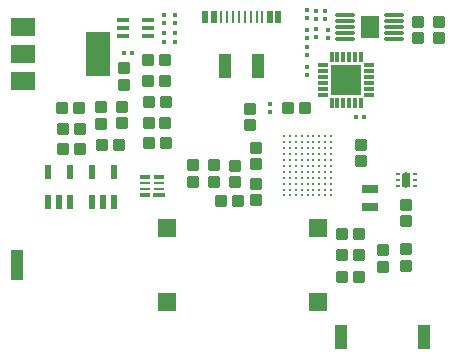
<source format=gtp>
%TF.GenerationSoftware,KiCad,Pcbnew,7.0.5*%
%TF.CreationDate,2023-07-24T14:08:39-04:00*%
%TF.ProjectId,GPSPCB,47505350-4342-42e6-9b69-6361645f7063,00*%
%TF.SameCoordinates,Original*%
%TF.FileFunction,Paste,Top*%
%TF.FilePolarity,Positive*%
%FSLAX46Y46*%
G04 Gerber Fmt 4.6, Leading zero omitted, Abs format (unit mm)*
G04 Created by KiCad (PCBNEW 7.0.5) date 2023-07-24 14:08:39*
%MOMM*%
%LPD*%
G01*
G04 APERTURE LIST*
G04 Aperture macros list*
%AMRoundRect*
0 Rectangle with rounded corners*
0 $1 Rounding radius*
0 $2 $3 $4 $5 $6 $7 $8 $9 X,Y pos of 4 corners*
0 Add a 4 corners polygon primitive as box body*
4,1,4,$2,$3,$4,$5,$6,$7,$8,$9,$2,$3,0*
0 Add four circle primitives for the rounded corners*
1,1,$1+$1,$2,$3*
1,1,$1+$1,$4,$5*
1,1,$1+$1,$6,$7*
1,1,$1+$1,$8,$9*
0 Add four rect primitives between the rounded corners*
20,1,$1+$1,$2,$3,$4,$5,0*
20,1,$1+$1,$4,$5,$6,$7,0*
20,1,$1+$1,$6,$7,$8,$9,0*
20,1,$1+$1,$8,$9,$2,$3,0*%
%AMFreePoly0*
4,1,14,0.100000,0.600000,0.350000,0.600000,0.350000,-0.600000,0.100000,-0.600000,0.100000,-0.650000,-0.100000,-0.650000,-0.100000,-0.600000,-0.350000,-0.600000,-0.350000,0.450000,-0.200000,0.600000,-0.100000,0.600000,-0.100000,0.650000,0.100000,0.650000,0.100000,0.600000,0.100000,0.600000,$1*%
G04 Aperture macros list end*
%ADD10RoundRect,0.250000X-0.287500X-0.275000X0.287500X-0.275000X0.287500X0.275000X-0.287500X0.275000X0*%
%ADD11RoundRect,0.250000X0.275000X-0.287500X0.275000X0.287500X-0.275000X0.287500X-0.275000X-0.287500X0*%
%ADD12RoundRect,0.079500X0.100500X-0.079500X0.100500X0.079500X-0.100500X0.079500X-0.100500X-0.079500X0*%
%ADD13RoundRect,0.250000X-0.275000X0.287500X-0.275000X-0.287500X0.275000X-0.287500X0.275000X0.287500X0*%
%ADD14RoundRect,0.250000X0.287500X0.275000X-0.287500X0.275000X-0.287500X-0.275000X0.287500X-0.275000X0*%
%ADD15R,1.000000X2.000000*%
%ADD16R,2.000000X1.500000*%
%ADD17R,2.000000X3.800000*%
%ADD18RoundRect,0.079500X-0.100500X0.079500X-0.100500X-0.079500X0.100500X-0.079500X0.100500X0.079500X0*%
%ADD19RoundRect,0.079500X0.079500X0.100500X-0.079500X0.100500X-0.079500X-0.100500X0.079500X-0.100500X0*%
%ADD20RoundRect,0.062500X-0.112500X-0.062500X0.112500X-0.062500X0.112500X0.062500X-0.112500X0.062500X0*%
%ADD21FreePoly0,0.000000*%
%ADD22R,1.000000X0.300000*%
%ADD23R,0.950000X0.250000*%
%ADD24R,0.950000X0.300000*%
%ADD25R,0.600000X1.200000*%
%ADD26R,1.500000X1.500000*%
%ADD27R,1.000000X2.500000*%
%ADD28RoundRect,0.079500X-0.079500X-0.100500X0.079500X-0.100500X0.079500X0.100500X-0.079500X0.100500X0*%
%ADD29R,0.300000X0.850000*%
%ADD30R,0.850000X0.300000*%
%ADD31R,2.650000X2.650000*%
%ADD32R,0.520000X1.000000*%
%ADD33R,0.270000X1.000000*%
%ADD34R,1.400000X0.700000*%
%ADD35O,1.699999X0.299999*%
%ADD36R,1.569999X1.879999*%
%ADD37C,0.290000*%
%ADD38R,1.050000X0.400000*%
G04 APERTURE END LIST*
D10*
%TO.C,C11*%
X94580000Y-64970000D03*
X96005000Y-64970000D03*
%TD*%
D11*
%TO.C,C21*%
X103632000Y-69800500D03*
X103632000Y-68375500D03*
%TD*%
D12*
%TO.C,R9*%
X109680000Y-56015000D03*
X109680000Y-55325000D03*
%TD*%
D13*
%TO.C,C19*%
X117348000Y-54659500D03*
X117348000Y-56084500D03*
%TD*%
%TO.C,C22*%
X92260000Y-61845000D03*
X92260000Y-63270000D03*
%TD*%
D10*
%TO.C,C24*%
X90620000Y-65080000D03*
X92045000Y-65080000D03*
%TD*%
D14*
%TO.C,C10*%
X95952500Y-63230000D03*
X94527500Y-63230000D03*
%TD*%
D10*
%TO.C,C10*%
X110935000Y-72652000D03*
X112360000Y-72652000D03*
%TD*%
D15*
%TO.C,ANT1*%
X110862000Y-81330000D03*
X117862000Y-81330000D03*
%TD*%
D12*
%TO.C,R14*%
X95850000Y-54795000D03*
X95850000Y-54105000D03*
%TD*%
D16*
%TO.C,U3*%
X83930000Y-55080000D03*
X83930000Y-57380000D03*
D17*
X90230000Y-57380000D03*
D16*
X83930000Y-59680000D03*
%TD*%
D12*
%TO.C,R2*%
X107950000Y-57495000D03*
X107950000Y-56805000D03*
%TD*%
%TO.C,R6*%
X108712000Y-54447000D03*
X108712000Y-53757000D03*
%TD*%
D18*
%TO.C,R16*%
X96750000Y-54075000D03*
X96750000Y-54765000D03*
%TD*%
D14*
%TO.C,C15*%
X88705000Y-63710000D03*
X87280000Y-63710000D03*
%TD*%
D12*
%TO.C,R1*%
X104810000Y-62285000D03*
X104810000Y-61595000D03*
%TD*%
D13*
%TO.C,C14*%
X116300000Y-70150000D03*
X116300000Y-71575000D03*
%TD*%
D11*
%TO.C,C4*%
X98298000Y-68227000D03*
X98298000Y-66802000D03*
%TD*%
%TO.C,C25*%
X90530000Y-63290000D03*
X90530000Y-61865000D03*
%TD*%
D13*
%TO.C,C9*%
X114350000Y-73975000D03*
X114350000Y-75400000D03*
%TD*%
D10*
%TO.C,C27*%
X94500000Y-59650000D03*
X95925000Y-59650000D03*
%TD*%
D19*
%TO.C,R15*%
X93135000Y-57350000D03*
X92445000Y-57350000D03*
%TD*%
D18*
%TO.C,R4*%
X108712000Y-55281000D03*
X108712000Y-55971000D03*
%TD*%
D10*
%TO.C,C6*%
X87312500Y-65460000D03*
X88737500Y-65460000D03*
%TD*%
D20*
%TO.C,U2*%
X115607000Y-67572000D03*
X115607000Y-68072000D03*
X115607000Y-68572000D03*
X117057000Y-68572000D03*
X117057000Y-68072000D03*
X117057000Y-67572000D03*
D21*
X116332000Y-68072000D03*
%TD*%
D22*
%TO.C,IC6*%
X95425000Y-69350000D03*
D23*
X95450000Y-68850000D03*
X95450000Y-68350000D03*
D24*
X95450000Y-67850000D03*
X94200000Y-67850000D03*
D23*
X94200000Y-68350000D03*
X94200000Y-68850000D03*
D24*
X94200000Y-69350000D03*
%TD*%
D25*
%TO.C,IC5*%
X89700000Y-69900000D03*
X90650000Y-69900000D03*
X91600000Y-69900000D03*
X91600000Y-67400000D03*
X89700000Y-67400000D03*
%TD*%
D12*
%TO.C,R10*%
X109474000Y-54447000D03*
X109474000Y-53757000D03*
%TD*%
D26*
%TO.C,ANT2*%
X108880000Y-78370000D03*
X108880000Y-72150000D03*
X96120000Y-78370000D03*
X96120000Y-72150000D03*
D27*
X83370000Y-75260000D03*
%TD*%
D13*
%TO.C,C13*%
X103632000Y-65327500D03*
X103632000Y-66752500D03*
%TD*%
D11*
%TO.C,C20*%
X92480000Y-60040000D03*
X92480000Y-58615000D03*
%TD*%
D10*
%TO.C,C11*%
X110935000Y-74430000D03*
X112360000Y-74430000D03*
%TD*%
D12*
%TO.C,R8*%
X96750000Y-56345000D03*
X96750000Y-55655000D03*
%TD*%
D28*
%TO.C,R3*%
X112105000Y-62750000D03*
X112795000Y-62750000D03*
%TD*%
D29*
%TO.C,IC3*%
X110022000Y-61558000D03*
X110522000Y-61558000D03*
X111022000Y-61558000D03*
X111522000Y-61558000D03*
X112022000Y-61558000D03*
X112522000Y-61558000D03*
D30*
X113222000Y-60858000D03*
X113222000Y-60358000D03*
X113222000Y-59858000D03*
X113222000Y-59358000D03*
X113222000Y-58858000D03*
X113222000Y-58358000D03*
D29*
X112522000Y-57658000D03*
X112022000Y-57658000D03*
X111522000Y-57658000D03*
X111022000Y-57658000D03*
X110522000Y-57658000D03*
X110022000Y-57658000D03*
D30*
X109322000Y-58358000D03*
X109322000Y-58858000D03*
X109322000Y-59358000D03*
X109322000Y-59858000D03*
X109322000Y-60358000D03*
X109322000Y-60858000D03*
D31*
X111272000Y-59608000D03*
%TD*%
D10*
%TO.C,C26*%
X94560000Y-61430000D03*
X95985000Y-61430000D03*
%TD*%
D32*
%TO.C,J1*%
X99320000Y-54240000D03*
X100070000Y-54240000D03*
D33*
X100670000Y-54240000D03*
X101170000Y-54240000D03*
X101670000Y-54240000D03*
X102170000Y-54240000D03*
X102670000Y-54240000D03*
X103170000Y-54240000D03*
X103670000Y-54240000D03*
X104170000Y-54240000D03*
D32*
X104770000Y-54240000D03*
X105520000Y-54240000D03*
D15*
X101020000Y-58440000D03*
X103820000Y-58440000D03*
%TD*%
D14*
%TO.C,C8*%
X112312500Y-76250000D03*
X110887500Y-76250000D03*
%TD*%
D13*
%TO.C,C18*%
X119126000Y-54659500D03*
X119126000Y-56084500D03*
%TD*%
D11*
%TO.C,C7*%
X100076000Y-68227000D03*
X100076000Y-66802000D03*
%TD*%
%TO.C,C23*%
X101854000Y-68276500D03*
X101854000Y-66851500D03*
%TD*%
%TO.C,C1*%
X112522000Y-66498500D03*
X112522000Y-65073500D03*
%TD*%
D34*
%TO.C,Y2*%
X113284000Y-70346000D03*
X113284000Y-68846000D03*
%TD*%
D25*
%TO.C,IC2*%
X86000000Y-69900000D03*
X86950000Y-69900000D03*
X87900000Y-69900000D03*
X87900000Y-67400000D03*
X86000000Y-67400000D03*
%TD*%
D13*
%TO.C,C16*%
X103124000Y-62025500D03*
X103124000Y-63450500D03*
%TD*%
D14*
%TO.C,C12*%
X102058500Y-69850000D03*
X100633500Y-69850000D03*
%TD*%
D10*
%TO.C,C17*%
X106372500Y-61990000D03*
X107797500Y-61990000D03*
%TD*%
D18*
%TO.C,R7*%
X95850000Y-55655000D03*
X95850000Y-56345000D03*
%TD*%
D35*
%TO.C,U4*%
X111190002Y-54119999D03*
X111190002Y-54619998D03*
X111190002Y-55120000D03*
X111190002Y-55619999D03*
X111190002Y-56120001D03*
X115290001Y-56120001D03*
X115290001Y-55619999D03*
X115290001Y-55120000D03*
X115290001Y-54619998D03*
X115290001Y-54119999D03*
D36*
X113240000Y-55120000D03*
%TD*%
D12*
%TO.C,R5*%
X107950000Y-54356000D03*
X107950000Y-53666000D03*
%TD*%
D37*
%TO.C,STA8090FG*%
X109990000Y-69370000D03*
X109490000Y-69370000D03*
X108990000Y-69370000D03*
X108490000Y-69370000D03*
X107990000Y-69370000D03*
X107490000Y-69370000D03*
X106990000Y-69370000D03*
X106490000Y-69370000D03*
X105990000Y-69370000D03*
X109990000Y-68870000D03*
X109490000Y-68870000D03*
X108990000Y-68870000D03*
X108490000Y-68870000D03*
X107990000Y-68870000D03*
X107490000Y-68870000D03*
X106990000Y-68870000D03*
X106490000Y-68870000D03*
X105990000Y-68870000D03*
X109990000Y-68370000D03*
X109490000Y-68370000D03*
X108990000Y-68370000D03*
X108490000Y-68370000D03*
X107990000Y-68370000D03*
X107490000Y-68370000D03*
X106990000Y-68370000D03*
X106490000Y-68370000D03*
X105990000Y-68370000D03*
X109990000Y-67870000D03*
X109490000Y-67870000D03*
X108990000Y-67870000D03*
X108490000Y-67870000D03*
X107990000Y-67870000D03*
X107490000Y-67870000D03*
X106990000Y-67870000D03*
X106490000Y-67870000D03*
X105990000Y-67870000D03*
X109990000Y-67370000D03*
X109490000Y-67370000D03*
X108990000Y-67370000D03*
X108490000Y-67370000D03*
X107990000Y-67370000D03*
X107490000Y-67370000D03*
X106990000Y-67370000D03*
X106490000Y-67370000D03*
X105990000Y-67370000D03*
X109990000Y-66870000D03*
X109490000Y-66870000D03*
X108990000Y-66870000D03*
X108490000Y-66870000D03*
X107990000Y-66870000D03*
X107490000Y-66870000D03*
X106990000Y-66870000D03*
X106490000Y-66870000D03*
X105990000Y-66870000D03*
X109990000Y-66370000D03*
X109490000Y-66370000D03*
X108990000Y-66370000D03*
X108490000Y-66370000D03*
X107990000Y-66370000D03*
X107490000Y-66370000D03*
X106990000Y-66370000D03*
X106490000Y-66370000D03*
X105990000Y-66370000D03*
X109990000Y-65870000D03*
X109490000Y-65870000D03*
X108990000Y-65870000D03*
X108490000Y-65870000D03*
X107990000Y-65870000D03*
X107490000Y-65870000D03*
X106990000Y-65870000D03*
X106490000Y-65870000D03*
X105990000Y-65870000D03*
X109990000Y-65370000D03*
X109490000Y-65370000D03*
X108990000Y-65370000D03*
X108490000Y-65370000D03*
X107990000Y-65370000D03*
X107490000Y-65370000D03*
X106990000Y-65370000D03*
X106490000Y-65370000D03*
X105990000Y-65370000D03*
X109990000Y-64870000D03*
X109490000Y-64870000D03*
X108990000Y-64870000D03*
X108490000Y-64870000D03*
X107990000Y-64870000D03*
X107490000Y-64870000D03*
X106990000Y-64870000D03*
X106490000Y-64870000D03*
X105990000Y-64870000D03*
X109990000Y-64370000D03*
X109490000Y-64370000D03*
X108990000Y-64370000D03*
X108490000Y-64370000D03*
X107990000Y-64370000D03*
X107490000Y-64370000D03*
X106990000Y-64370000D03*
X106490000Y-64370000D03*
X105990000Y-64370000D03*
%TD*%
D10*
%TO.C,C8*%
X87237500Y-62000000D03*
X88662500Y-62000000D03*
%TD*%
D12*
%TO.C,R12*%
X107950000Y-59182000D03*
X107950000Y-58492000D03*
%TD*%
D38*
%TO.C,IC4*%
X92400000Y-54550000D03*
X92400000Y-55200000D03*
X92400000Y-55850000D03*
X94500000Y-55850000D03*
X94500000Y-55200000D03*
X94500000Y-54550000D03*
%TD*%
D10*
%TO.C,C9*%
X94510000Y-57870000D03*
X95935000Y-57870000D03*
%TD*%
D18*
%TO.C,R11*%
X107950000Y-55372000D03*
X107950000Y-56062000D03*
%TD*%
D11*
%TO.C,C5*%
X116300000Y-75350000D03*
X116300000Y-73925000D03*
%TD*%
M02*

</source>
